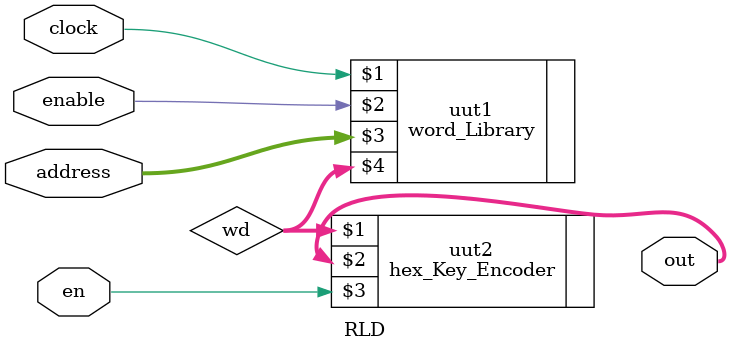
<source format=v>
module RLD(out, clock, enable, en, address);
input             clock;
input   [7:0]   address;
input            enable;
input                en;
output         [7:0]out;
wire         [79:0]  wd;

word_Library    uut1(clock, enable, address, wd);
hex_Key_Encoder                uut2(wd, out, en);   

endmodule


</source>
